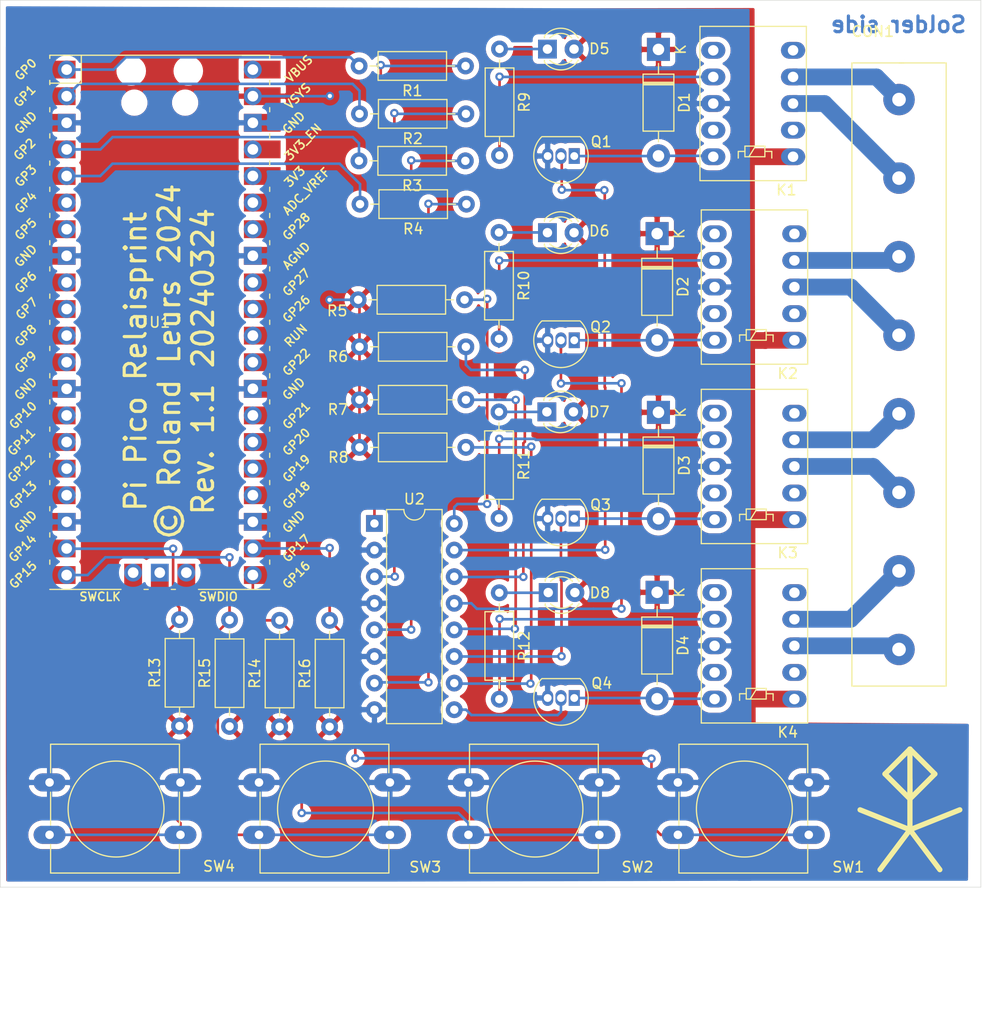
<source format=kicad_pcb>
(kicad_pcb (version 20171130) (host pcbnew "(5.1.2-1)-1")
  (layers (0 F.Cu signal hide) (31 B.Cu signal hide) (34 B.Paste user) (35 F.Paste user) (36 B.SilkS user) (37 F.SilkS user) (38 B.Mask user) (39 F.Mask user) (44 Edge.Cuts user))
  (net 0 "")
  (net 1 "Net-(CON1-Pad7)")
  (net 2 "Net-(CON1-Pad8)")
  (net 3 "Net-(CON1-Pad6)")
  (net 4 "Net-(CON1-Pad5)")
  (net 5 "Net-(CON1-Pad4)")
  (net 6 "Net-(CON1-Pad3)")
  (net 7 "Net-(CON1-Pad2)")
  (net 8 "Net-(CON1-Pad1)")
  (net 9 "Net-(D1-Pad2)")
  (net 10 VCC)
  (net 11 "Net-(D2-Pad2)")
  (net 12 "Net-(D3-Pad2)")
  (net 13 "Net-(D4-Pad2)")
  (net 14 GNDD)
  (net 15 "Net-(Q1-Pad2)")
  (net 16 "Net-(Q2-Pad2)")
  (net 17 "Net-(Q3-Pad2)")
  (net 18 "Net-(Q4-Pad2)")
  (net 19 "Net-(R1-Pad2)")
  (net 20 "Net-(R1-Pad1)")
  (net 21 "Net-(R2-Pad2)")
  (net 22 "Net-(R2-Pad1)")
  (net 23 "Net-(R3-Pad2)")
  (net 24 "Net-(R3-Pad1)")
  (net 25 "Net-(R4-Pad2)")
  (net 26 "Net-(R4-Pad1)")
  (net 27 "Net-(R5-Pad2)")
  (net 28 "Net-(R6-Pad2)")
  (net 29 "Net-(R7-Pad2)")
  (net 30 "Net-(R8-Pad2)")
  (net 31 "Net-(U1-Pad43)")
  (net 32 "Net-(U1-Pad42)")
  (net 33 "Net-(U1-Pad41)")
  (net 34 "Net-(U1-Pad24)")
  (net 35 "Net-(U1-Pad25)")
  (net 36 "Net-(U1-Pad26)")
  (net 37 "Net-(U1-Pad27)")
  (net 38 "Net-(U1-Pad29)")
  (net 39 "Net-(U1-Pad30)")
  (net 40 "Net-(U1-Pad31)")
  (net 41 "Net-(U1-Pad32)")
  (net 42 "Net-(U1-Pad34)")
  (net 43 "Net-(U1-Pad35)")
  (net 44 "Net-(U1-Pad36)")
  (net 45 "Net-(U1-Pad37)")
  (net 46 "Net-(U1-Pad40)")
  (net 47 "Net-(U1-Pad17)")
  (net 48 "Net-(U1-Pad16)")
  (net 49 "Net-(U1-Pad15)")
  (net 50 "Net-(U1-Pad14)")
  (net 51 "Net-(U1-Pad12)")
  (net 52 "Net-(U1-Pad11)")
  (net 53 "Net-(U1-Pad10)")
  (net 54 "Net-(U1-Pad9)")
  (net 55 "Net-(U1-Pad7)")
  (net 56 "Net-(U1-Pad6)")
  (net 57 "Net-(D5-Pad1)")
  (net 58 "Net-(D6-Pad1)")
  (net 59 "Net-(D7-Pad1)")
  (net 60 "Net-(D8-Pad1)")
  (net 61 "Net-(K1-Pad7)")
  (net 62 "Net-(K2-Pad7)")
  (net 63 "Net-(K3-Pad7)")
  (net 64 "Net-(K4-Pad7)")
  (net 65 "Net-(R13-Pad2)")
  (net 66 "Net-(R14-Pad2)")
  (net 67 "Net-(R15-Pad2)")
  (net 68 "Net-(R16-Pad2)")
  (module Button_Switch_THT:SW_PUSH-12mm (layer F.Cu) (at 135 120)
    (fp_text reference SW4 (at 16.18334 8.00838) (layer F.SilkS))
    (fp_text value SW_Push hide)
    (pad 2 thru_hole oval (at 0 5) (size 3.048 1.7272) (drill 0.8128) (layers *.Cu *.Mask) (net 65 "Net-(R13-Pad2)"))
    (pad 1 thru_hole oval (at 0 0) (size 3.048 1.7272) (drill 0.8128) (layers *.Cu *.Mask) (net 14 GNDD))
    (pad 2 thru_hole oval (at 12.5 5) (size 3.048 1.7272) (drill 0.8128) (layers *.Cu *.Mask) (net 65 "Net-(R13-Pad2)"))
    (pad 1 thru_hole oval (at 12.5 0) (size 3.048 1.7272) (drill 0.8128) (layers *.Cu *.Mask) (net 14 GNDD))
  )
  (module Button_Switch_THT:SW_PUSH-12mm (layer F.Cu) (at 155 120)
    (fp_text reference SW3 (at 15.8785 8.08204) (layer F.SilkS))
    (fp_text value SW_Push hide)
    (pad 2 thru_hole oval (at 0 5) (size 3.048 1.7272) (drill 0.8128) (layers *.Cu *.Mask) (net 67 "Net-(R15-Pad2)"))
    (pad 1 thru_hole oval (at 0 0) (size 3.048 1.7272) (drill 0.8128) (layers *.Cu *.Mask) (net 14 GNDD))
    (pad 2 thru_hole oval (at 12.5 5) (size 3.048 1.7272) (drill 0.8128) (layers *.Cu *.Mask) (net 67 "Net-(R15-Pad2)"))
    (pad 1 thru_hole oval (at 12.5 0) (size 3.048 1.7272) (drill 0.8128) (layers *.Cu *.Mask) (net 14 GNDD))
  )
  (module Button_Switch_THT:SW_PUSH-12mm (layer F.Cu) (at 175 120)
    (fp_text reference SW2 (at 16.15024 8.08204) (layer F.SilkS))
    (fp_text value SW_Push hide)
    (pad 2 thru_hole oval (at 0 5) (size 3.048 1.7272) (drill 0.8128) (layers *.Cu *.Mask) (net 66 "Net-(R14-Pad2)"))
    (pad 1 thru_hole oval (at 0 0) (size 3.048 1.7272) (drill 0.8128) (layers *.Cu *.Mask) (net 14 GNDD))
    (pad 2 thru_hole oval (at 12.5 5) (size 3.048 1.7272) (drill 0.8128) (layers *.Cu *.Mask) (net 66 "Net-(R14-Pad2)"))
    (pad 1 thru_hole oval (at 12.5 0) (size 3.048 1.7272) (drill 0.8128) (layers *.Cu *.Mask) (net 14 GNDD))
  )
  (module Button_Switch_THT:SW_PUSH-12mm (layer F.Cu) (at 195 120)
    (fp_text reference SW1 (at 16.2772 8.08204) (layer F.SilkS))
    (fp_text value SW_Push hide)
    (pad 2 thru_hole oval (at 0 5) (size 3.048 1.7272) (drill 0.8128) (layers *.Cu *.Mask) (net 68 "Net-(R16-Pad2)"))
    (pad 1 thru_hole oval (at 0 0) (size 3.048 1.7272) (drill 0.8128) (layers *.Cu *.Mask) (net 14 GNDD))
    (pad 2 thru_hole oval (at 12.5 5) (size 3.048 1.7272) (drill 0.8128) (layers *.Cu *.Mask) (net 68 "Net-(R16-Pad2)"))
    (pad 1 thru_hole oval (at 12.5 0) (size 3.048 1.7272) (drill 0.8128) (layers *.Cu *.Mask) (net 14 GNDD))
  )
  (module Resistor_THT:R_Axial_DIN0207_L6.3mm_D2.5mm_P10.16mm_Horizontal (layer F.Cu) (at 161.74212 114.68354 90)
    (fp_text reference R16 (at 5.08 -2.37 90) (layer F.SilkS))
    (fp_text value 10kΩ)
    (pad 2 thru_hole oval (at 10.16 0 90) (size 1.6 1.6) (drill 0.8) (layers *.Cu *.Mask) (net 68 "Net-(R16-Pad2)"))
    (pad 1 thru_hole circle (at 0 0 90) (size 1.6 1.6) (drill 0.8) (layers *.Cu *.Mask) (net 10 VCC))
  )
  (module Resistor_THT:R_Axial_DIN0207_L6.3mm_D2.5mm_P10.16mm_Horizontal (layer F.Cu) (at 152.18664 114.64798 90)
    (fp_text reference R15 (at 5.08 -2.37 90) (layer F.SilkS))
    (fp_text value 10kΩ)
    (pad 2 thru_hole oval (at 10.16 0 90) (size 1.6 1.6) (drill 0.8) (layers *.Cu *.Mask) (net 67 "Net-(R15-Pad2)"))
    (pad 1 thru_hole circle (at 0 0 90) (size 1.6 1.6) (drill 0.8) (layers *.Cu *.Mask) (net 10 VCC))
  )
  (module Resistor_THT:R_Axial_DIN0207_L6.3mm_D2.5mm_P10.16mm_Horizontal (layer F.Cu) (at 156.96438 114.68354 90)
    (fp_text reference R14 (at 5.08 -2.37 90) (layer F.SilkS))
    (fp_text value 10kΩ)
    (pad 2 thru_hole oval (at 10.16 0 90) (size 1.6 1.6) (drill 0.8) (layers *.Cu *.Mask) (net 66 "Net-(R14-Pad2)"))
    (pad 1 thru_hole circle (at 0 0 90) (size 1.6 1.6) (drill 0.8) (layers *.Cu *.Mask) (net 10 VCC))
  )
  (module Resistor_THT:R_Axial_DIN0207_L6.3mm_D2.5mm_P10.16mm_Horizontal (layer F.Cu) (at 147.41144 114.61242 90)
    (fp_text reference R13 (at 5.08 -2.37 90) (layer F.SilkS))
    (fp_text value 10kΩ)
    (pad 2 thru_hole oval (at 10.16 0 90) (size 1.6 1.6) (drill 0.8) (layers *.Cu *.Mask) (net 65 "Net-(R13-Pad2)"))
    (pad 1 thru_hole circle (at 0 0 90) (size 1.6 1.6) (drill 0.8) (layers *.Cu *.Mask) (net 10 VCC))
  )
  (module Resistor_THT:R_Axial_DIN0207_L6.3mm_D2.5mm_P10.16mm_Horizontal (layer F.Cu) (at 177.94732 101.88956 270)
    (fp_text reference R12 (at 5.08 -2.37 90) (layer F.SilkS))
    (fp_text value 4k7)
    (pad 2 thru_hole oval (at 10.16 0 270) (size 1.6 1.6) (drill 0.8) (layers *.Cu *.Mask) (net 64 "Net-(K4-Pad7)"))
    (pad 1 thru_hole circle (at 0 0 270) (size 1.6 1.6) (drill 0.8) (layers *.Cu *.Mask) (net 60 "Net-(D8-Pad1)"))
  )
  (module Resistor_THT:R_Axial_DIN0207_L6.3mm_D2.5mm_P10.16mm_Horizontal (layer F.Cu) (at 177.91684 84.62264 270)
    (fp_text reference R11 (at 5.08 -2.37 90) (layer F.SilkS))
    (fp_text value 4k7)
    (pad 2 thru_hole oval (at 10.16 0 270) (size 1.6 1.6) (drill 0.8) (layers *.Cu *.Mask) (net 63 "Net-(K3-Pad7)"))
    (pad 1 thru_hole circle (at 0 0 270) (size 1.6 1.6) (drill 0.8) (layers *.Cu *.Mask) (net 59 "Net-(D7-Pad1)"))
  )
  (module Resistor_THT:R_Axial_DIN0207_L6.3mm_D2.5mm_P10.16mm_Horizontal (layer F.Cu) (at 177.91684 67.4878 270)
    (fp_text reference R10 (at 5.08 -2.37 90) (layer F.SilkS))
    (fp_text value 4k7)
    (pad 2 thru_hole oval (at 10.16 0 270) (size 1.6 1.6) (drill 0.8) (layers *.Cu *.Mask) (net 62 "Net-(K2-Pad7)"))
    (pad 1 thru_hole circle (at 0 0 270) (size 1.6 1.6) (drill 0.8) (layers *.Cu *.Mask) (net 58 "Net-(D6-Pad1)"))
  )
  (module Resistor_THT:R_Axial_DIN0207_L6.3mm_D2.5mm_P10.16mm_Horizontal (layer F.Cu) (at 177.97018 49.97196 270)
    (fp_text reference R9 (at 5.08 -2.37 90) (layer F.SilkS))
    (fp_text value 4k7)
    (pad 2 thru_hole oval (at 10.16 0 270) (size 1.6 1.6) (drill 0.8) (layers *.Cu *.Mask) (net 61 "Net-(K1-Pad7)"))
    (pad 1 thru_hole circle (at 0 0 270) (size 1.6 1.6) (drill 0.8) (layers *.Cu *.Mask) (net 57 "Net-(D5-Pad1)"))
  )
  (module LED_THT:LED_D3.0mm (layer F.Cu) (at 182.62092 101.86924)
    (fp_text reference D8 (at 4.93522 0.0254) (layer F.SilkS))
    (fp_text value LED)
    (pad 2 thru_hole circle (at 2.54 0) (size 1.8 1.8) (drill 0.9) (layers *.Cu *.Mask) (net 10 VCC))
    (pad 1 thru_hole rect (at 0 0) (size 1.8 1.8) (drill 0.9) (layers *.Cu *.Mask) (net 60 "Net-(D8-Pad1)"))
  )
  (module LED_THT:LED_D3.0mm (layer F.Cu) (at 182.48884 84.61756)
    (fp_text reference D7 (at 5.00888 0.00508) (layer F.SilkS))
    (fp_text value LED)
    (pad 2 thru_hole circle (at 2.54 0) (size 1.8 1.8) (drill 0.9) (layers *.Cu *.Mask) (net 10 VCC))
    (pad 1 thru_hole rect (at 0 0) (size 1.8 1.8) (drill 0.9) (layers *.Cu *.Mask) (net 59 "Net-(D7-Pad1)"))
  )
  (module LED_THT:LED_D3.0mm (layer F.Cu) (at 182.54472 67.50812)
    (fp_text reference D6 (at 4.953 -0.16002) (layer F.SilkS))
    (fp_text value LED)
    (pad 2 thru_hole circle (at 2.54 0) (size 1.8 1.8) (drill 0.9) (layers *.Cu *.Mask) (net 10 VCC))
    (pad 1 thru_hole rect (at 0 0) (size 1.8 1.8) (drill 0.9) (layers *.Cu *.Mask) (net 58 "Net-(D6-Pad1)"))
  )
  (module LED_THT:LED_D3.0mm (layer F.Cu) (at 182.54472 49.98212)
    (fp_text reference D5 (at 4.953 -0.0254) (layer F.SilkS))
    (fp_text value LED)
    (pad 2 thru_hole circle (at 2.54 0) (size 1.8 1.8) (drill 0.9) (layers *.Cu *.Mask) (net 10 VCC))
    (pad 1 thru_hole rect (at 0 0) (size 1.8 1.8) (drill 0.9) (layers *.Cu *.Mask) (net 57 "Net-(D5-Pad1)"))
  )
  (module Package_DIP:DIP-16_W7.62mm (layer F.Cu) (at 166.02456 95.2754)
    (fp_text reference U2 (at 3.81 -2.33) (layer F.SilkS))
    (fp_text value LTV-844)
    (pad 16 thru_hole oval (at 7.62 0) (size 1.6 1.6) (drill 0.8) (layers *.Cu *.Mask) (net 27 "Net-(R5-Pad2)"))
    (pad 8 thru_hole oval (at 0 17.78) (size 1.6 1.6) (drill 0.8) (layers *.Cu *.Mask) (net 14 GNDD))
    (pad 15 thru_hole oval (at 7.62 2.54) (size 1.6 1.6) (drill 0.8) (layers *.Cu *.Mask) (net 15 "Net-(Q1-Pad2)"))
    (pad 7 thru_hole oval (at 0 15.24) (size 1.6 1.6) (drill 0.8) (layers *.Cu *.Mask) (net 26 "Net-(R4-Pad1)"))
    (pad 14 thru_hole oval (at 7.62 5.08) (size 1.6 1.6) (drill 0.8) (layers *.Cu *.Mask) (net 28 "Net-(R6-Pad2)"))
    (pad 6 thru_hole oval (at 0 12.7) (size 1.6 1.6) (drill 0.8) (layers *.Cu *.Mask) (net 14 GNDD))
    (pad 13 thru_hole oval (at 7.62 7.62) (size 1.6 1.6) (drill 0.8) (layers *.Cu *.Mask) (net 16 "Net-(Q2-Pad2)"))
    (pad 5 thru_hole oval (at 0 10.16) (size 1.6 1.6) (drill 0.8) (layers *.Cu *.Mask) (net 24 "Net-(R3-Pad1)"))
    (pad 12 thru_hole oval (at 7.62 10.16) (size 1.6 1.6) (drill 0.8) (layers *.Cu *.Mask) (net 29 "Net-(R7-Pad2)"))
    (pad 4 thru_hole oval (at 0 7.62) (size 1.6 1.6) (drill 0.8) (layers *.Cu *.Mask) (net 14 GNDD))
    (pad 11 thru_hole oval (at 7.62 12.7) (size 1.6 1.6) (drill 0.8) (layers *.Cu *.Mask) (net 17 "Net-(Q3-Pad2)"))
    (pad 3 thru_hole oval (at 0 5.08) (size 1.6 1.6) (drill 0.8) (layers *.Cu *.Mask) (net 22 "Net-(R2-Pad1)"))
    (pad 10 thru_hole oval (at 7.62 15.24) (size 1.6 1.6) (drill 0.8) (layers *.Cu *.Mask) (net 30 "Net-(R8-Pad2)"))
    (pad 2 thru_hole oval (at 0 2.54) (size 1.6 1.6) (drill 0.8) (layers *.Cu *.Mask) (net 14 GNDD))
    (pad 9 thru_hole oval (at 7.62 17.78) (size 1.6 1.6) (drill 0.8) (layers *.Cu *.Mask) (net 18 "Net-(Q4-Pad2)"))
    (pad 1 thru_hole rect (at 0 0) (size 1.6 1.6) (drill 0.8) (layers *.Cu *.Mask) (net 20 "Net-(R1-Pad1)"))
  )
  (module MCU_RaspberryPi_and_Boards:RPi_Pico_SMD_TH (layer F.Cu) (at 145.52168 76.06792)
    (fp_text reference U1 (at 0 0) (layer F.SilkS))
    (fp_text value Pico)
    (fp_text user SWDIO (at 5.6 26.2) (layer F.SilkS) (effects (font (size 0.8 0.8))))
    (fp_text user SWCLK (at -5.7 26.2) (layer F.SilkS) (effects (font (size 0.8 0.8))))
    (fp_text user AGND (at 13.054 -6.35 45) (layer F.SilkS) (effects (font (size 0.8 0.8))))
    (fp_text user GND (at 12.8 -19.05 45) (layer F.SilkS) (effects (font (size 0.8 0.8))))
    (fp_text user GND (at 12.8 6.35 45) (layer F.SilkS) (effects (font (size 0.8 0.8))))
    (fp_text user GND (at 12.8 19.05 45) (layer F.SilkS) (effects (font (size 0.8 0.8))))
    (fp_text user GND (at -12.8 19.05 45) (layer F.SilkS) (effects (font (size 0.8 0.8))))
    (fp_text user GND (at -12.8 6.35 45) (layer F.SilkS) (effects (font (size 0.8 0.8))))
    (fp_text user GND (at -12.8 -6.35 45) (layer F.SilkS) (effects (font (size 0.8 0.8))))
    (fp_text user GND (at -12.8 -19.05 45) (layer F.SilkS) (effects (font (size 0.8 0.8))))
    (fp_text user VBUS (at 13.3 -24.2 45) (layer F.SilkS) (effects (font (size 0.8 0.8))))
    (fp_text user VSYS (at 13.2 -21.59 45) (layer F.SilkS) (effects (font (size 0.8 0.8))))
    (fp_text user 3V3_EN (at 13.7 -17.2 45) (layer F.SilkS) (effects (font (size 0.8 0.8))))
    (fp_text user 3V3 (at 12.9 -13.9 45) (layer F.SilkS) (effects (font (size 0.8 0.8))))
    (fp_text user ADC_VREF (at 14 -12.5 45) (layer F.SilkS) (effects (font (size 0.8 0.8))))
    (fp_text user GP28 (at 13.054 -9.144 45) (layer F.SilkS) (effects (font (size 0.8 0.8))))
    (fp_text user GP27 (at 13.054 -3.8 45) (layer F.SilkS) (effects (font (size 0.8 0.8))))
    (fp_text user GP26 (at 13.054 -1.27 45) (layer F.SilkS) (effects (font (size 0.8 0.8))))
    (fp_text user RUN (at 13 1.27 45) (layer F.SilkS) (effects (font (size 0.8 0.8))))
    (fp_text user GP22 (at 13.054 3.81 45) (layer F.SilkS) (effects (font (size 0.8 0.8))))
    (fp_text user GP21 (at 13.054 8.9 45) (layer F.SilkS) (effects (font (size 0.8 0.8))))
    (fp_text user GP20 (at 13.054 11.43 45) (layer F.SilkS) (effects (font (size 0.8 0.8))))
    (fp_text user GP19 (at 13.054 13.97 45) (layer F.SilkS) (effects (font (size 0.8 0.8))))
    (fp_text user GP18 (at 13.054 16.51 45) (layer F.SilkS) (effects (font (size 0.8 0.8))))
    (fp_text user GP17 (at 13.054 21.59 45) (layer F.SilkS) (effects (font (size 0.8 0.8))))
    (fp_text user GP16 (at 13.054 24.13 45) (layer F.SilkS) (effects (font (size 0.8 0.8))))
    (fp_text user GP15 (at -13.054 24.13 45) (layer F.SilkS) (effects (font (size 0.8 0.8))))
    (fp_text user GP14 (at -13.1 21.59 45) (layer F.SilkS) (effects (font (size 0.8 0.8))))
    (fp_text user GP13 (at -13.054 16.51 45) (layer F.SilkS) (effects (font (size 0.8 0.8))))
    (fp_text user GP12 (at -13.2 13.97 45) (layer F.SilkS) (effects (font (size 0.8 0.8))))
    (fp_text user GP11 (at -13.2 11.43 45) (layer F.SilkS) (effects (font (size 0.8 0.8))))
    (fp_text user GP10 (at -13.054 8.89 45) (layer F.SilkS) (effects (font (size 0.8 0.8))))
    (fp_text user GP9 (at -12.8 3.81 45) (layer F.SilkS) (effects (font (size 0.8 0.8))))
    (fp_text user GP8 (at -12.8 1.27 45) (layer F.SilkS) (effects (font (size 0.8 0.8))))
    (fp_text user GP7 (at -12.7 -1.3 45) (layer F.SilkS) (effects (font (size 0.8 0.8))))
    (fp_text user GP6 (at -12.8 -3.81 45) (layer F.SilkS) (effects (font (size 0.8 0.8))))
    (fp_text user GP5 (at -12.8 -8.89 45) (layer F.SilkS) (effects (font (size 0.8 0.8))))
    (fp_text user GP4 (at -12.8 -11.43 45) (layer F.SilkS) (effects (font (size 0.8 0.8))))
    (fp_text user GP3 (at -12.8 -13.97 45) (layer F.SilkS) (effects (font (size 0.8 0.8))))
    (fp_text user GP0 (at -12.8 -24.13 45) (layer F.SilkS) (effects (font (size 0.8 0.8))))
    (fp_text user GP2 (at -12.9 -16.51 45) (layer F.SilkS) (effects (font (size 0.8 0.8))))
    (fp_text user GP1 (at -12.9 -21.6 45) (layer F.SilkS) (effects (font (size 0.8 0.8))))
    (pad 43 thru_hole oval (at 2.54 23.9) (size 1.7 1.7) (drill 1.02) (layers *.Cu *.Mask) (net 31 "Net-(U1-Pad43)"))
    (pad 43 smd rect (at 2.54 23.9 90) (size 3.5 1.7) (drill (offset -0.9 0)) (layers F.Cu F.Mask) (net 31 "Net-(U1-Pad43)"))
    (pad 42 thru_hole rect (at 0 23.9) (size 1.7 1.7) (drill 1.02) (layers *.Cu *.Mask) (net 32 "Net-(U1-Pad42)"))
    (pad 42 smd rect (at 0 23.9 90) (size 3.5 1.7) (drill (offset -0.9 0)) (layers F.Cu F.Mask) (net 32 "Net-(U1-Pad42)"))
    (pad 41 thru_hole oval (at -2.54 23.9) (size 1.7 1.7) (drill 1.02) (layers *.Cu *.Mask) (net 33 "Net-(U1-Pad41)"))
    (pad 41 smd rect (at -2.54 23.9 90) (size 3.5 1.7) (drill (offset -0.9 0)) (layers F.Cu F.Mask) (net 33 "Net-(U1-Pad41)"))
    (pad "" np_thru_hole oval (at 2.425 -20.97) (size 1.5 1.5) (drill 1.5) (layers *.Cu *.Mask))
    (pad "" np_thru_hole oval (at -2.425 -20.97) (size 1.5 1.5) (drill 1.5) (layers *.Cu *.Mask))
    (pad "" np_thru_hole oval (at 2.725 -24) (size 1.8 1.8) (drill 1.8) (layers *.Cu *.Mask))
    (pad "" np_thru_hole oval (at -2.725 -24) (size 1.8 1.8) (drill 1.8) (layers *.Cu *.Mask))
    (pad 21 smd rect (at 8.89 24.13) (size 3.5 1.7) (drill (offset 0.9 0)) (layers F.Cu F.Mask) (net 66 "Net-(R14-Pad2)"))
    (pad 22 smd rect (at 8.89 21.59) (size 3.5 1.7) (drill (offset 0.9 0)) (layers F.Cu F.Mask) (net 68 "Net-(R16-Pad2)"))
    (pad 23 smd rect (at 8.89 19.05) (size 3.5 1.7) (drill (offset 0.9 0)) (layers F.Cu F.Mask) (net 14 GNDD))
    (pad 24 smd rect (at 8.89 16.51) (size 3.5 1.7) (drill (offset 0.9 0)) (layers F.Cu F.Mask) (net 34 "Net-(U1-Pad24)"))
    (pad 25 smd rect (at 8.89 13.97) (size 3.5 1.7) (drill (offset 0.9 0)) (layers F.Cu F.Mask) (net 35 "Net-(U1-Pad25)"))
    (pad 26 smd rect (at 8.89 11.43) (size 3.5 1.7) (drill (offset 0.9 0)) (layers F.Cu F.Mask) (net 36 "Net-(U1-Pad26)"))
    (pad 27 smd rect (at 8.89 8.89) (size 3.5 1.7) (drill (offset 0.9 0)) (layers F.Cu F.Mask) (net 37 "Net-(U1-Pad27)"))
    (pad 28 smd rect (at 8.89 6.35) (size 3.5 1.7) (drill (offset 0.9 0)) (layers F.Cu F.Mask) (net 14 GNDD))
    (pad 29 smd rect (at 8.89 3.81) (size 3.5 1.7) (drill (offset 0.9 0)) (layers F.Cu F.Mask) (net 38 "Net-(U1-Pad29)"))
    (pad 30 smd rect (at 8.89 1.27) (size 3.5 1.7) (drill (offset 0.9 0)) (layers F.Cu F.Mask) (net 39 "Net-(U1-Pad30)"))
    (pad 31 smd rect (at 8.89 -1.27) (size 3.5 1.7) (drill (offset 0.9 0)) (layers F.Cu F.Mask) (net 40 "Net-(U1-Pad31)"))
    (pad 32 smd rect (at 8.89 -3.81) (size 3.5 1.7) (drill (offset 0.9 0)) (layers F.Cu F.Mask) (net 41 "Net-(U1-Pad32)"))
    (pad 33 smd rect (at 8.89 -6.35) (size 3.5 1.7) (drill (offset 0.9 0)) (layers F.Cu F.Mask) (net 14 GNDD))
    (pad 34 smd rect (at 8.89 -8.89) (size 3.5 1.7) (drill (offset 0.9 0)) (layers F.Cu F.Mask) (net 42 "Net-(U1-Pad34)"))
    (pad 35 smd rect (at 8.89 -11.43) (size 3.5 1.7) (drill (offset 0.9 0)) (layers F.Cu F.Mask) (net 43 "Net-(U1-Pad35)"))
    (pad 36 smd rect (at 8.89 -13.97) (size 3.5 1.7) (drill (offset 0.9 0)) (layers F.Cu F.Mask) (net 44 "Net-(U1-Pad36)"))
    (pad 37 smd rect (at 8.89 -16.51) (size 3.5 1.7) (drill (offset 0.9 0)) (layers F.Cu F.Mask) (net 45 "Net-(U1-Pad37)"))
    (pad 38 smd rect (at 8.89 -19.05) (size 3.5 1.7) (drill (offset 0.9 0)) (layers F.Cu F.Mask) (net 14 GNDD))
    (pad 39 smd rect (at 8.89 -21.59) (size 3.5 1.7) (drill (offset 0.9 0)) (layers F.Cu F.Mask) (net 10 VCC))
    (pad 40 smd rect (at 8.89 -24.13) (size 3.5 1.7) (drill (offset 0.9 0)) (layers F.Cu F.Mask) (net 46 "Net-(U1-Pad40)"))
    (pad 20 smd rect (at -8.89 24.13) (size 3.5 1.7) (drill (offset -0.9 0)) (layers F.Cu F.Mask) (net 67 "Net-(R15-Pad2)"))
    (pad 19 smd rect (at -8.89 21.59) (size 3.5 1.7) (drill (offset -0.9 0)) (layers F.Cu F.Mask) (net 65 "Net-(R13-Pad2)"))
    (pad 18 smd rect (at -8.89 19.05) (size 3.5 1.7) (drill (offset -0.9 0)) (layers F.Cu F.Mask) (net 14 GNDD))
    (pad 17 smd rect (at -8.89 16.51) (size 3.5 1.7) (drill (offset -0.9 0)) (layers F.Cu F.Mask) (net 47 "Net-(U1-Pad17)"))
    (pad 16 smd rect (at -8.89 13.97) (size 3.5 1.7) (drill (offset -0.9 0)) (layers F.Cu F.Mask) (net 48 "Net-(U1-Pad16)"))
    (pad 15 smd rect (at -8.89 11.43) (size 3.5 1.7) (drill (offset -0.9 0)) (layers F.Cu F.Mask) (net 49 "Net-(U1-Pad15)"))
    (pad 14 smd rect (at -8.89 8.89) (size 3.5 1.7) (drill (offset -0.9 0)) (layers F.Cu F.Mask) (net 50 "Net-(U1-Pad14)"))
    (pad 13 smd rect (at -8.89 6.35) (size 3.5 1.7) (drill (offset -0.9 0)) (layers F.Cu F.Mask) (net 14 GNDD))
    (pad 12 smd rect (at -8.89 3.81) (size 3.5 1.7) (drill (offset -0.9 0)) (layers F.Cu F.Mask) (net 51 "Net-(U1-Pad12)"))
    (pad 11 smd rect (at -8.89 1.27) (size 3.5 1.7) (drill (offset -0.9 0)) (layers F.Cu F.Mask) (net 52 "Net-(U1-Pad11)"))
    (pad 10 smd rect (at -8.89 -1.27) (size 3.5 1.7) (drill (offset -0.9 0)) (layers F.Cu F.Mask) (net 53 "Net-(U1-Pad10)"))
    (pad 9 smd rect (at -8.89 -3.81) (size 3.5 1.7) (drill (offset -0.9 0)) (layers F.Cu F.Mask) (net 54 "Net-(U1-Pad9)"))
    (pad 8 smd rect (at -8.89 -6.35) (size 3.5 1.7) (drill (offset -0.9 0)) (layers F.Cu F.Mask) (net 14 GNDD))
    (pad 7 smd rect (at -8.89 -8.89) (size 3.5 1.7) (drill (offset -0.9 0)) (layers F.Cu F.Mask) (net 55 "Net-(U1-Pad7)"))
    (pad 6 smd rect (at -8.89 -11.43) (size 3.5 1.7) (drill (offset -0.9 0)) (layers F.Cu F.Mask) (net 56 "Net-(U1-Pad6)"))
    (pad 5 smd rect (at -8.89 -13.97) (size 3.5 1.7) (drill (offset -0.9 0)) (layers F.Cu F.Mask) (net 25 "Net-(R4-Pad2)"))
    (pad 4 smd rect (at -8.89 -16.51) (size 3.5 1.7) (drill (offset -0.9 0)) (layers F.Cu F.Mask) (net 23 "Net-(R3-Pad2)"))
    (pad 3 smd rect (at -8.89 -19.05) (size 3.5 1.7) (drill (offset -0.9 0)) (layers F.Cu F.Mask) (net 14 GNDD))
    (pad 2 smd rect (at -8.89 -21.59) (size 3.5 1.7) (drill (offset -0.9 0)) (layers F.Cu F.Mask) (net 21 "Net-(R2-Pad2)"))
    (pad 1 smd rect (at -8.89 -24.13) (size 3.5 1.7) (drill (offset -0.9 0)) (layers F.Cu F.Mask) (net 19 "Net-(R1-Pad2)"))
    (pad 40 thru_hole oval (at 8.89 -24.13) (size 1.7 1.7) (drill 1.02) (layers *.Cu *.Mask) (net 46 "Net-(U1-Pad40)"))
    (pad 39 thru_hole oval (at 8.89 -21.59) (size 1.7 1.7) (drill 1.02) (layers *.Cu *.Mask) (net 10 VCC))
    (pad 38 thru_hole rect (at 8.89 -19.05) (size 1.7 1.7) (drill 1.02) (layers *.Cu *.Mask) (net 14 GNDD))
    (pad 37 thru_hole oval (at 8.89 -16.51) (size 1.7 1.7) (drill 1.02) (layers *.Cu *.Mask) (net 45 "Net-(U1-Pad37)"))
    (pad 36 thru_hole oval (at 8.89 -13.97) (size 1.7 1.7) (drill 1.02) (layers *.Cu *.Mask) (net 44 "Net-(U1-Pad36)"))
    (pad 35 thru_hole oval (at 8.89 -11.43) (size 1.7 1.7) (drill 1.02) (layers *.Cu *.Mask) (net 43 "Net-(U1-Pad35)"))
    (pad 34 thru_hole oval (at 8.89 -8.89) (size 1.7 1.7) (drill 1.02) (layers *.Cu *.Mask) (net 42 "Net-(U1-Pad34)"))
    (pad 33 thru_hole rect (at 8.89 -6.35) (size 1.7 1.7) (drill 1.02) (layers *.Cu *.Mask) (net 14 GNDD))
    (pad 32 thru_hole oval (at 8.89 -3.81) (size 1.7 1.7) (drill 1.02) (layers *.Cu *.Mask) (net 41 "Net-(U1-Pad32)"))
    (pad 31 thru_hole oval (at 8.89 -1.27) (size 1.7 1.7) (drill 1.02) (layers *.Cu *.Mask) (net 40 "Net-(U1-Pad31)"))
    (pad 30 thru_hole oval (at 8.89 1.27) (size 1.7 1.7) (drill 1.02) (layers *.Cu *.Mask) (net 39 "Net-(U1-Pad30)"))
    (pad 29 thru_hole oval (at 8.89 3.81) (size 1.7 1.7) (drill 1.02) (layers *.Cu *.Mask) (net 38 "Net-(U1-Pad29)"))
    (pad 28 thru_hole rect (at 8.89 6.35) (size 1.7 1.7) (drill 1.02) (layers *.Cu *.Mask) (net 14 GNDD))
    (pad 27 thru_hole oval (at 8.89 8.89) (size 1.7 1.7) (drill 1.02) (layers *.Cu *.Mask) (net 37 "Net-(U1-Pad27)"))
    (pad 26 thru_hole oval (at 8.89 11.43) (size 1.7 1.7) (drill 1.02) (layers *.Cu *.Mask) (net 36 "Net-(U1-Pad26)"))
    (pad 25 thru_hole oval (at 8.89 13.97) (size 1.7 1.7) (drill 1.02) (layers *.Cu *.Mask) (net 35 "Net-(U1-Pad25)"))
    (pad 24 thru_hole oval (at 8.89 16.51) (size 1.7 1.7) (drill 1.02) (layers *.Cu *.Mask) (net 34 "Net-(U1-Pad24)"))
    (pad 23 thru_hole rect (at 8.89 19.05) (size 1.7 1.7) (drill 1.02) (layers *.Cu *.Mask) (net 14 GNDD))
    (pad 22 thru_hole oval (at 8.89 21.59) (size 1.7 1.7) (drill 1.02) (layers *.Cu *.Mask) (net 68 "Net-(R16-Pad2)"))
    (pad 21 thru_hole oval (at 8.89 24.13) (size 1.7 1.7) (drill 1.02) (layers *.Cu *.Mask) (net 66 "Net-(R14-Pad2)"))
    (pad 20 thru_hole oval (at -8.89 24.13) (size 1.7 1.7) (drill 1.02) (layers *.Cu *.Mask) (net 67 "Net-(R15-Pad2)"))
    (pad 19 thru_hole oval (at -8.89 21.59) (size 1.7 1.7) (drill 1.02) (layers *.Cu *.Mask) (net 65 "Net-(R13-Pad2)"))
    (pad 18 thru_hole rect (at -8.89 19.05) (size 1.7 1.7) (drill 1.02) (layers *.Cu *.Mask) (net 14 GNDD))
    (pad 17 thru_hole oval (at -8.89 16.51) (size 1.7 1.7) (drill 1.02) (layers *.Cu *.Mask) (net 47 "Net-(U1-Pad17)"))
    (pad 16 thru_hole oval (at -8.89 13.97) (size 1.7 1.7) (drill 1.02) (layers *.Cu *.Mask) (net 48 "Net-(U1-Pad16)"))
    (pad 15 thru_hole oval (at -8.89 11.43) (size 1.7 1.7) (drill 1.02) (layers *.Cu *.Mask) (net 49 "Net-(U1-Pad15)"))
    (pad 14 thru_hole oval (at -8.89 8.89) (size 1.7 1.7) (drill 1.02) (layers *.Cu *.Mask) (net 50 "Net-(U1-Pad14)"))
    (pad 13 thru_hole rect (at -8.89 6.35) (size 1.7 1.7) (drill 1.02) (layers *.Cu *.Mask) (net 14 GNDD))
    (pad 12 thru_hole oval (at -8.89 3.81) (size 1.7 1.7) (drill 1.02) (layers *.Cu *.Mask) (net 51 "Net-(U1-Pad12)"))
    (pad 11 thru_hole oval (at -8.89 1.27) (size 1.7 1.7) (drill 1.02) (layers *.Cu *.Mask) (net 52 "Net-(U1-Pad11)"))
    (pad 10 thru_hole oval (at -8.89 -1.27) (size 1.7 1.7) (drill 1.02) (layers *.Cu *.Mask) (net 53 "Net-(U1-Pad10)"))
    (pad 9 thru_hole oval (at -8.89 -3.81) (size 1.7 1.7) (drill 1.02) (layers *.Cu *.Mask) (net 54 "Net-(U1-Pad9)"))
    (pad 8 thru_hole rect (at -8.89 -6.35) (size 1.7 1.7) (drill 1.02) (layers *.Cu *.Mask) (net 14 GNDD))
    (pad 7 thru_hole oval (at -8.89 -8.89) (size 1.7 1.7) (drill 1.02) (layers *.Cu *.Mask) (net 55 "Net-(U1-Pad7)"))
    (pad 6 thru_hole oval (at -8.89 -11.43) (size 1.7 1.7) (drill 1.02) (layers *.Cu *.Mask) (net 56 "Net-(U1-Pad6)"))
    (pad 5 thru_hole oval (at -8.89 -13.97) (size 1.7 1.7) (drill 1.02) (layers *.Cu *.Mask) (net 25 "Net-(R4-Pad2)"))
    (pad 4 thru_hole oval (at -8.89 -16.51) (size 1.7 1.7) (drill 1.02) (layers *.Cu *.Mask) (net 23 "Net-(R3-Pad2)"))
    (pad 3 thru_hole rect (at -8.89 -19.05) (size 1.7 1.7) (drill 1.02) (layers *.Cu *.Mask) (net 14 GNDD))
    (pad 2 thru_hole oval (at -8.89 -21.59) (size 1.7 1.7) (drill 1.02) (layers *.Cu *.Mask) (net 21 "Net-(R2-Pad2)"))
    (pad 1 thru_hole oval (at -8.89 -24.13) (size 1.7 1.7) (drill 1.02) (layers *.Cu *.Mask) (net 19 "Net-(R1-Pad2)"))
  )
  (module Resistor_THT:R_Axial_DIN0207_L6.3mm_D2.5mm_P10.16mm_Horizontal (layer F.Cu) (at 164.59708 88.00592)
    (fp_text reference R8 (at -2.01676 0.95504) (layer F.SilkS))
    (fp_text value 270Ω)
    (pad 2 thru_hole oval (at 10.16 0) (size 1.6 1.6) (drill 0.8) (layers *.Cu *.Mask) (net 30 "Net-(R8-Pad2)"))
    (pad 1 thru_hole circle (at 0 0) (size 1.6 1.6) (drill 0.8) (layers *.Cu *.Mask) (net 10 VCC))
  )
  (module Resistor_THT:R_Axial_DIN0207_L6.3mm_D2.5mm_P10.16mm_Horizontal (layer F.Cu) (at 164.59708 83.4644)
    (fp_text reference R7 (at -2.06248 0.92964) (layer F.SilkS))
    (fp_text value 270Ω)
    (pad 2 thru_hole oval (at 10.16 0) (size 1.6 1.6) (drill 0.8) (layers *.Cu *.Mask) (net 29 "Net-(R7-Pad2)"))
    (pad 1 thru_hole circle (at 0 0) (size 1.6 1.6) (drill 0.8) (layers *.Cu *.Mask) (net 10 VCC))
  )
  (module Resistor_THT:R_Axial_DIN0207_L6.3mm_D2.5mm_P10.16mm_Horizontal (layer F.Cu) (at 164.59708 78.40472)
    (fp_text reference R6 (at -2.06248 0.93218) (layer F.SilkS))
    (fp_text value 270Ω)
    (pad 2 thru_hole oval (at 10.16 0) (size 1.6 1.6) (drill 0.8) (layers *.Cu *.Mask) (net 28 "Net-(R6-Pad2)"))
    (pad 1 thru_hole circle (at 0 0) (size 1.6 1.6) (drill 0.8) (layers *.Cu *.Mask) (net 10 VCC))
  )
  (module Resistor_THT:R_Axial_DIN0207_L6.3mm_D2.5mm_P10.16mm_Horizontal (layer F.Cu) (at 164.47008 73.914)
    (fp_text reference R5 (at -2.00406 1.06426) (layer F.SilkS))
    (fp_text value 270Ω)
    (pad 2 thru_hole oval (at 10.16 0) (size 1.6 1.6) (drill 0.8) (layers *.Cu *.Mask) (net 27 "Net-(R5-Pad2)"))
    (pad 1 thru_hole circle (at 0 0) (size 1.6 1.6) (drill 0.8) (layers *.Cu *.Mask) (net 10 VCC))
  )
  (module Resistor_THT:R_Axial_DIN0207_L6.3mm_D2.5mm_P10.16mm_Horizontal (layer F.Cu) (at 174.80788 64.78524 180)
    (fp_text reference R4 (at 5.08 -2.37) (layer F.SilkS))
    (fp_text value 2k2)
    (pad 2 thru_hole oval (at 10.16 0 180) (size 1.6 1.6) (drill 0.8) (layers *.Cu *.Mask) (net 25 "Net-(R4-Pad2)"))
    (pad 1 thru_hole circle (at 0 0 180) (size 1.6 1.6) (drill 0.8) (layers *.Cu *.Mask) (net 26 "Net-(R4-Pad1)"))
  )
  (module Resistor_THT:R_Axial_DIN0207_L6.3mm_D2.5mm_P10.16mm_Horizontal (layer F.Cu) (at 174.70628 60.65012 180)
    (fp_text reference R3 (at 5.08 -2.37) (layer F.SilkS))
    (fp_text value 2k2)
    (pad 2 thru_hole oval (at 10.16 0 180) (size 1.6 1.6) (drill 0.8) (layers *.Cu *.Mask) (net 23 "Net-(R3-Pad2)"))
    (pad 1 thru_hole circle (at 0 0 180) (size 1.6 1.6) (drill 0.8) (layers *.Cu *.Mask) (net 24 "Net-(R3-Pad1)"))
  )
  (module Resistor_THT:R_Axial_DIN0207_L6.3mm_D2.5mm_P10.16mm_Horizontal (layer F.Cu) (at 174.75708 56.16448 180)
    (fp_text reference R2 (at 5.08 -2.37) (layer F.SilkS))
    (fp_text value 2k2)
    (pad 2 thru_hole oval (at 10.16 0 180) (size 1.6 1.6) (drill 0.8) (layers *.Cu *.Mask) (net 21 "Net-(R2-Pad2)"))
    (pad 1 thru_hole circle (at 0 0 180) (size 1.6 1.6) (drill 0.8) (layers *.Cu *.Mask) (net 22 "Net-(R2-Pad1)"))
  )
  (module Resistor_THT:R_Axial_DIN0207_L6.3mm_D2.5mm_P10.16mm_Horizontal (layer F.Cu) (at 174.72152 51.59248 180)
    (fp_text reference R1 (at 5.08 -2.37) (layer F.SilkS))
    (fp_text value 2k2)
    (pad 2 thru_hole oval (at 10.16 0 180) (size 1.6 1.6) (drill 0.8) (layers *.Cu *.Mask) (net 19 "Net-(R1-Pad2)"))
    (pad 1 thru_hole circle (at 0 0 180) (size 1.6 1.6) (drill 0.8) (layers *.Cu *.Mask) (net 20 "Net-(R1-Pad1)"))
  )
  (module Package_TO_SOT_THT:TO-92_Inline (layer F.Cu) (at 185.10504 111.9378 180)
    (fp_text reference Q4 (at -2.62636 1.40462) (layer F.SilkS))
    (fp_text value BC547)
    (pad 1 thru_hole rect (at 0 0 180) (size 1.05 1.5) (drill 0.75) (layers *.Cu *.Mask) (net 13 "Net-(D4-Pad2)"))
    (pad 3 thru_hole oval (at 2.54 0 180) (size 1.05 1.5) (drill 0.75) (layers *.Cu *.Mask) (net 14 GNDD))
    (pad 2 thru_hole oval (at 1.27 0 180) (size 1.05 1.5) (drill 0.75) (layers *.Cu *.Mask) (net 18 "Net-(Q4-Pad2)"))
  )
  (module Package_TO_SOT_THT:TO-92_Inline (layer F.Cu) (at 185.10504 94.80804 180)
    (fp_text reference Q3 (at -2.50952 1.31572) (layer F.SilkS))
    (fp_text value BC547)
    (pad 1 thru_hole rect (at 0 0 180) (size 1.05 1.5) (drill 0.75) (layers *.Cu *.Mask) (net 12 "Net-(D3-Pad2)"))
    (pad 3 thru_hole oval (at 2.54 0 180) (size 1.05 1.5) (drill 0.75) (layers *.Cu *.Mask) (net 14 GNDD))
    (pad 2 thru_hole oval (at 1.27 0 180) (size 1.05 1.5) (drill 0.75) (layers *.Cu *.Mask) (net 17 "Net-(Q3-Pad2)"))
  )
  (module Package_TO_SOT_THT:TO-92_Inline (layer F.Cu) (at 185.10504 77.78496 180)
    (fp_text reference Q2 (at -2.50952 1.27508) (layer F.SilkS))
    (fp_text value BC547)
    (pad 1 thru_hole rect (at 0 0 180) (size 1.05 1.5) (drill 0.75) (layers *.Cu *.Mask) (net 11 "Net-(D2-Pad2)"))
    (pad 3 thru_hole oval (at 2.54 0 180) (size 1.05 1.5) (drill 0.75) (layers *.Cu *.Mask) (net 14 GNDD))
    (pad 2 thru_hole oval (at 1.27 0 180) (size 1.05 1.5) (drill 0.75) (layers *.Cu *.Mask) (net 16 "Net-(Q2-Pad2)"))
  )
  (module Package_TO_SOT_THT:TO-92_Inline (layer F.Cu) (at 185.10504 60.19292 180)
    (fp_text reference Q1 (at -2.56794 1.36652) (layer F.SilkS))
    (fp_text value BC547)
    (pad 1 thru_hole rect (at 0 0 180) (size 1.05 1.5) (drill 0.75) (layers *.Cu *.Mask) (net 9 "Net-(D1-Pad2)"))
    (pad 3 thru_hole oval (at 2.54 0 180) (size 1.05 1.5) (drill 0.75) (layers *.Cu *.Mask) (net 14 GNDD))
    (pad 2 thru_hole oval (at 1.27 0 180) (size 1.05 1.5) (drill 0.75) (layers *.Cu *.Mask) (net 15 "Net-(Q1-Pad2)"))
  )
  (module Relay_THT:Relay_DPDT_FRT5 (layer F.Cu) (at 206.12608 112.0394 180)
    (fp_text reference K4 (at 0.635 -3.175) (layer F.SilkS))
    (fp_text value AZ850-x)
    (pad 10 thru_hole oval (at 7.62 0 180) (size 2.3 1.6) (drill 1) (layers *.Cu *.Mask) (net 13 "Net-(D4-Pad2)"))
    (pad 9 thru_hole oval (at 7.62 2.54 180) (size 2.3 1.6) (drill 1) (layers *.Cu *.Mask))
    (pad 8 thru_hole oval (at 7.62 5.08 180) (size 2.3 1.6) (drill 1) (layers *.Cu *.Mask) (net 14 GNDD))
    (pad 7 thru_hole oval (at 7.62 7.62 180) (size 2.3 1.6) (drill 1) (layers *.Cu *.Mask) (net 64 "Net-(K4-Pad7)"))
    (pad 6 thru_hole oval (at 7.62 10.16 180) (size 2.3 1.6) (drill 1) (layers *.Cu *.Mask))
    (pad 5 thru_hole oval (at 0 10.16 180) (size 2.3 1.6) (drill 1) (layers *.Cu *.Mask))
    (pad 4 thru_hole oval (at 0 7.62 180) (size 2.3 1.6) (drill 1) (layers *.Cu *.Mask) (net 1 "Net-(CON1-Pad7)"))
    (pad 3 thru_hole oval (at 0 5.08 180) (size 2.3 1.6) (drill 1) (layers *.Cu *.Mask) (net 2 "Net-(CON1-Pad8)"))
    (pad 2 thru_hole oval (at 0 2.54 180) (size 2.3 1.6) (drill 1) (layers *.Cu *.Mask))
    (pad 1 thru_hole oval (at 0 0 180) (size 2.3 1.6) (drill 1) (layers *.Cu *.Mask) (net 10 VCC))
  )
  (module Relay_THT:Relay_DPDT_FRT5 (layer F.Cu) (at 206.12608 94.90964 180)
    (fp_text reference K3 (at 0.635 -3.175) (layer F.SilkS))
    (fp_text value AZ850-x)
    (pad 10 thru_hole oval (at 7.62 0 180) (size 2.3 1.6) (drill 1) (layers *.Cu *.Mask) (net 12 "Net-(D3-Pad2)"))
    (pad 9 thru_hole oval (at 7.62 2.54 180) (size 2.3 1.6) (drill 1) (layers *.Cu *.Mask))
    (pad 8 thru_hole oval (at 7.62 5.08 180) (size 2.3 1.6) (drill 1) (layers *.Cu *.Mask) (net 14 GNDD))
    (pad 7 thru_hole oval (at 7.62 7.62 180) (size 2.3 1.6) (drill 1) (layers *.Cu *.Mask) (net 63 "Net-(K3-Pad7)"))
    (pad 6 thru_hole oval (at 7.62 10.16 180) (size 2.3 1.6) (drill 1) (layers *.Cu *.Mask))
    (pad 5 thru_hole oval (at 0 10.16 180) (size 2.3 1.6) (drill 1) (layers *.Cu *.Mask))
    (pad 4 thru_hole oval (at 0 7.62 180) (size 2.3 1.6) (drill 1) (layers *.Cu *.Mask) (net 4 "Net-(CON1-Pad5)"))
    (pad 3 thru_hole oval (at 0 5.08 180) (size 2.3 1.6) (drill 1) (layers *.Cu *.Mask) (net 3 "Net-(CON1-Pad6)"))
    (pad 2 thru_hole oval (at 0 2.54 180) (size 2.3 1.6) (drill 1) (layers *.Cu *.Mask))
    (pad 1 thru_hole oval (at 0 0 180) (size 2.3 1.6) (drill 1) (layers *.Cu *.Mask) (net 10 VCC))
  )
  (module Relay_THT:Relay_DPDT_FRT5 (layer F.Cu) (at 206.12608 77.77988 180)
    (fp_text reference K2 (at 0.635 -3.175) (layer F.SilkS))
    (fp_text value AZ850-x)
    (pad 10 thru_hole oval (at 7.62 0 180) (size 2.3 1.6) (drill 1) (layers *.Cu *.Mask) (net 11 "Net-(D2-Pad2)"))
    (pad 9 thru_hole oval (at 7.62 2.54 180) (size 2.3 1.6) (drill 1) (layers *.Cu *.Mask))
    (pad 8 thru_hole oval (at 7.62 5.08 180) (size 2.3 1.6) (drill 1) (layers *.Cu *.Mask) (net 14 GNDD))
    (pad 7 thru_hole oval (at 7.62 7.62 180) (size 2.3 1.6) (drill 1) (layers *.Cu *.Mask) (net 62 "Net-(K2-Pad7)"))
    (pad 6 thru_hole oval (at 7.62 10.16 180) (size 2.3 1.6) (drill 1) (layers *.Cu *.Mask))
    (pad 5 thru_hole oval (at 0 10.16 180) (size 2.3 1.6) (drill 1) (layers *.Cu *.Mask))
    (pad 4 thru_hole oval (at 0 7.62 180) (size 2.3 1.6) (drill 1) (layers *.Cu *.Mask) (net 6 "Net-(CON1-Pad3)"))
    (pad 3 thru_hole oval (at 0 5.08 180) (size 2.3 1.6) (drill 1) (layers *.Cu *.Mask) (net 5 "Net-(CON1-Pad4)"))
    (pad 2 thru_hole oval (at 0 2.54 180) (size 2.3 1.6) (drill 1) (layers *.Cu *.Mask))
    (pad 1 thru_hole oval (at 0 0 180) (size 2.3 1.6) (drill 1) (layers *.Cu *.Mask) (net 10 VCC))
  )
  (module Relay_THT:Relay_DPDT_FRT5 (layer F.Cu) (at 205.99908 60.25896 180)
    (fp_text reference K1 (at 0.635 -3.175) (layer F.SilkS))
    (fp_text value AZ850-x)
    (pad 10 thru_hole oval (at 7.62 0 180) (size 2.3 1.6) (drill 1) (layers *.Cu *.Mask) (net 9 "Net-(D1-Pad2)"))
    (pad 9 thru_hole oval (at 7.62 2.54 180) (size 2.3 1.6) (drill 1) (layers *.Cu *.Mask))
    (pad 8 thru_hole oval (at 7.62 5.08 180) (size 2.3 1.6) (drill 1) (layers *.Cu *.Mask) (net 14 GNDD))
    (pad 7 thru_hole oval (at 7.62 7.62 180) (size 2.3 1.6) (drill 1) (layers *.Cu *.Mask) (net 61 "Net-(K1-Pad7)"))
    (pad 6 thru_hole oval (at 7.62 10.16 180) (size 2.3 1.6) (drill 1) (layers *.Cu *.Mask))
    (pad 5 thru_hole oval (at 0 10.16 180) (size 2.3 1.6) (drill 1) (layers *.Cu *.Mask))
    (pad 4 thru_hole oval (at 0 7.62 180) (size 2.3 1.6) (drill 1) (layers *.Cu *.Mask) (net 8 "Net-(CON1-Pad1)"))
    (pad 3 thru_hole oval (at 0 5.08 180) (size 2.3 1.6) (drill 1) (layers *.Cu *.Mask) (net 7 "Net-(CON1-Pad2)"))
    (pad 2 thru_hole oval (at 0 2.54 180) (size 2.3 1.6) (drill 1) (layers *.Cu *.Mask))
    (pad 1 thru_hole oval (at 0 0 180) (size 2.3 1.6) (drill 1) (layers *.Cu *.Mask) (net 10 VCC))
  )
  (module Diode_THT:D_DO-41_SOD81_P10.16mm_Horizontal (layer F.Cu) (at 193.01968 101.84892 270)
    (fp_text reference D4 (at 5.08 -2.47 90) (layer F.SilkS))
    (fp_text value 1N4007)
    (fp_text user K (at 0 -2.1 90) (layer F.SilkS))
    (pad 2 thru_hole oval (at 10.16 0 270) (size 2.2 2.2) (drill 1.1) (layers *.Cu *.Mask) (net 13 "Net-(D4-Pad2)"))
    (pad 1 thru_hole rect (at 0 0 270) (size 2.2 2.2) (drill 1.1) (layers *.Cu *.Mask) (net 10 VCC))
  )
  (module Diode_THT:D_DO-41_SOD81_P10.16mm_Horizontal (layer F.Cu) (at 193.14668 84.66328 270)
    (fp_text reference D3 (at 5.08 -2.47 90) (layer F.SilkS))
    (fp_text value 1N4007)
    (fp_text user K (at 0 -2.1 90) (layer F.SilkS))
    (pad 2 thru_hole oval (at 10.16 0 270) (size 2.2 2.2) (drill 1.1) (layers *.Cu *.Mask) (net 12 "Net-(D3-Pad2)"))
    (pad 1 thru_hole rect (at 0 0 270) (size 2.2 2.2) (drill 1.1) (layers *.Cu *.Mask) (net 10 VCC))
  )
  (module Diode_THT:D_DO-41_SOD81_P10.16mm_Horizontal (layer F.Cu) (at 193.01968 67.59956 270)
    (fp_text reference D2 (at 5.08 -2.47 90) (layer F.SilkS))
    (fp_text value 1N4007)
    (fp_text user K (at 0 -2.1 90) (layer F.SilkS))
    (pad 2 thru_hole oval (at 10.16 0 270) (size 2.2 2.2) (drill 1.1) (layers *.Cu *.Mask) (net 11 "Net-(D2-Pad2)"))
    (pad 1 thru_hole rect (at 0 0 270) (size 2.2 2.2) (drill 1.1) (layers *.Cu *.Mask) (net 10 VCC))
  )
  (module Diode_THT:D_DO-41_SOD81_P10.16mm_Horizontal (layer F.Cu) (at 193.14668 50.0126 270)
    (fp_text reference D1 (at 5.08 -2.47 90) (layer F.SilkS))
    (fp_text value 1N4007)
    (fp_text user K (at 0 -2.1 90) (layer F.SilkS))
    (pad 2 thru_hole oval (at 10.16 0 270) (size 2.2 2.2) (drill 1.1) (layers *.Cu *.Mask) (net 9 "Net-(D1-Pad2)"))
    (pad 1 thru_hole rect (at 0 0 270) (size 2.2 2.2) (drill 1.1) (layers *.Cu *.Mask) (net 10 VCC))
  )
  (module Pi-relay-print:AKL171-08 (layer F.Cu) (at 216.11844 51.80076)
    (fp_text reference CON1 (at -2.5 -3.5) (layer F.SilkS))
    (fp_text value AKL171-08)
    (pad 7 thru_hole circle (at 0 48) (size 3 3) (drill 1.3) (layers *.Cu *.Mask) (net 1 "Net-(CON1-Pad7)"))
    (pad 8 thru_hole circle (at 0 55.5) (size 3 3) (drill 1.3) (layers *.Cu *.Mask) (net 2 "Net-(CON1-Pad8)"))
    (pad 6 thru_hole circle (at 0 40.5) (size 3 3) (drill 1.3) (layers *.Cu *.Mask) (net 3 "Net-(CON1-Pad6)"))
    (pad 5 thru_hole circle (at 0 33) (size 3 3) (drill 1.3) (layers *.Cu *.Mask) (net 4 "Net-(CON1-Pad5)"))
    (pad 4 thru_hole circle (at 0 25.5) (size 3 3) (drill 1.3) (layers *.Cu *.Mask) (net 5 "Net-(CON1-Pad4)"))
    (pad 3 thru_hole circle (at 0 18) (size 3 3) (drill 1.3) (layers *.Cu *.Mask) (net 6 "Net-(CON1-Pad3)"))
    (pad 2 thru_hole circle (at 0 10.5) (size 3 3) (drill 1.3) (layers *.Cu *.Mask) (net 7 "Net-(CON1-Pad2)"))
    (pad 1 thru_hole circle (at 0 3) (size 3 3) (drill 1.3) (layers *.Cu *.Mask) (net 8 "Net-(CON1-Pad1)"))
  )
  (gr_text "Solder side" (at 216.07018 47.6377) (layer B.Cu) (effects (font (size 1.5 1.5) (thickness 0.3)) (justify mirror)))
  (gr_text "Pi Pico Relais print ® Roland Leurs 2024" (at 156.1719 47.77486) (layer F.Cu) (effects (font (size 1.5 1.5) (thickness 0.3))))
  (gr_text "Component side" (at 132.80136 110.22838 90) (layer F.Cu) (effects (font (size 1.5 1.5) (thickness 0.3))))
  (gr_text . (at 217.15984 98.46818) (layer F.SilkS) (effects (font (size 50 50) (thickness 0.5))))
  (gr_text * (at 217.15984 130.5306) (layer F.SilkS) (effects (font (size 20 20) (thickness 0.5))))
  (gr_text "Pi Pico Relaisprint\n© Roland Leurs 2024\nRev. 1.1 20240324" (at 146.43608 79.80934 90) (layer F.SilkS) (effects (font (size 2 2) (thickness 0.3))))
  (gr_line (start 130.29184 130) (end 130.29184 45.31868) (layer Edge.Cuts) (width 0.05))
  (gr_line (start 223.93148 130) (end 130.29184 130) (layer Edge.Cuts) (width 0.05))
  (gr_line (start 223.93148 45.31868) (end 223.93148 130) (layer Edge.Cuts) (width 0.05))
  (gr_line (start 130.29184 45.31868) (end 223.93148 45.31868) (layer Edge.Cuts) (width 0.05))
  (segment (start 211.4998 104.4194) (end 216.11844 99.80076) (width 1.6) (layer B.Cu) (net 1))
  (segment (start 206.12608 104.4194) (end 211.4998 104.4194) (width 1.6) (layer B.Cu) (net 1))
  (segment (start 215.77708 106.9594) (end 216.11844 107.30076) (width 2) (layer B.Cu) (net 2))
  (segment (start 206.12608 106.9594) (end 215.77708 106.9594) (width 1.6) (layer B.Cu) (net 2))
  (segment (start 213.64732 89.82964) (end 216.11844 92.30076) (width 1.6) (layer B.Cu) (net 3))
  (segment (start 206.12608 89.82964) (end 213.64732 89.82964) (width 1.6) (layer B.Cu) (net 3))
  (segment (start 213.62956 87.28964) (end 216.11844 84.80076) (width 1.6) (layer B.Cu) (net 4))
  (segment (start 206.12608 87.28964) (end 213.62956 87.28964) (width 1.6) (layer B.Cu) (net 4))
  (segment (start 211.51756 72.69988) (end 216.11844 77.30076) (width 1.6) (layer B.Cu) (net 5))
  (segment (start 206.12608 72.69988) (end 211.51756 72.69988) (width 1.6) (layer B.Cu) (net 5))
  (segment (start 215.75932 70.15988) (end 216.11844 69.80076) (width 2) (layer B.Cu) (net 6))
  (segment (start 206.12608 70.15988) (end 215.75932 70.15988) (width 1.6) (layer B.Cu) (net 6))
  (segment (start 208.99664 55.17896) (end 216.11844 62.30076) (width 1.6) (layer B.Cu) (net 7))
  (segment (start 205.99908 55.17896) (end 208.99664 55.17896) (width 1.6) (layer B.Cu) (net 7))
  (segment (start 213.95664 52.63896) (end 216.11844 54.80076) (width 1.6) (layer B.Cu) (net 8))
  (segment (start 205.99908 52.63896) (end 213.95664 52.63896) (width 1.6) (layer B.Cu) (net 8))
  (segment (start 193.12636 60.19292) (end 193.14668 60.1726) (width 0.25) (layer B.Cu) (net 9))
  (segment (start 185.10504 60.19292) (end 193.12636 60.19292) (width 0.25) (layer B.Cu) (net 9))
  (segment (start 198.29272 60.1726) (end 198.37908 60.25896) (width 0.25) (layer B.Cu) (net 9))
  (segment (start 193.14668 60.1726) (end 198.29272 60.1726) (width 0.25) (layer B.Cu) (net 9))
  (segment (start 164.59708 88.00592) (end 164.59708 83.4644) (width 0.25) (layer F.Cu) (net 10))
  (segment (start 164.59708 82.33303) (end 164.59708 78.40472) (width 0.25) (layer F.Cu) (net 10))
  (segment (start 164.59708 83.4644) (end 164.59708 82.33303) (width 0.25) (layer F.Cu) (net 10))
  (segment (start 164.59708 74.041) (end 164.47008 73.914) (width 0.25) (layer F.Cu) (net 10))
  (segment (start 164.59708 78.40472) (end 164.59708 74.041) (width 0.25) (layer F.Cu) (net 10))
  (via (at 161.76752 54.4576) (size 0.8) (drill 0.4) (layers F.Cu B.Cu) (net 10))
  (segment (start 161.7472 54.47792) (end 161.76752 54.4576) (width 0.25) (layer B.Cu) (net 10))
  (segment (start 154.41168 54.47792) (end 161.7472 54.47792) (width 0.25) (layer B.Cu) (net 10))
  (via (at 161.73196 73.91908) (size 0.8) (drill 0.4) (layers F.Cu B.Cu) (net 10))
  (segment (start 161.76752 73.88352) (end 161.73196 73.91908) (width 0.25) (layer F.Cu) (net 10))
  (segment (start 161.76752 54.4576) (end 161.76752 73.88352) (width 0.25) (layer F.Cu) (net 10))
  (segment (start 164.465 73.91908) (end 164.47008 73.914) (width 0.25) (layer B.Cu) (net 10))
  (segment (start 161.73196 73.91908) (end 164.465 73.91908) (width 0.25) (layer B.Cu) (net 10))
  (segment (start 205.99908 60.25896) (end 201.96048 60.25896) (width 1.6) (layer F.Cu) (net 10))
  (segment (start 203.37608 77.77988) (end 203.35068 77.80528) (width 1.6) (layer F.Cu) (net 10))
  (segment (start 206.12608 77.77988) (end 203.37608 77.77988) (width 1.6) (layer F.Cu) (net 10))
  (segment (start 203.35068 77.80528) (end 201.47788 77.80528) (width 1.6) (layer F.Cu) (net 10))
  (segment (start 206.12608 94.90964) (end 201.14768 94.90964) (width 1.6) (layer F.Cu) (net 10))
  (segment (start 206.12608 112.0394) (end 201.041 112.0394) (width 1.6) (layer F.Cu) (net 10))
  (segment (start 192.99428 77.78496) (end 193.01968 77.75956) (width 0.25) (layer B.Cu) (net 11))
  (segment (start 185.10504 77.78496) (end 192.99428 77.78496) (width 0.25) (layer B.Cu) (net 11))
  (segment (start 198.48576 77.75956) (end 198.50608 77.77988) (width 0.25) (layer B.Cu) (net 11))
  (segment (start 193.01968 77.75956) (end 198.48576 77.75956) (width 0.25) (layer B.Cu) (net 11))
  (segment (start 193.13144 94.80804) (end 193.14668 94.82328) (width 0.25) (layer B.Cu) (net 12))
  (segment (start 185.10504 94.80804) (end 193.13144 94.80804) (width 0.25) (layer B.Cu) (net 12))
  (segment (start 198.41972 94.82328) (end 198.50608 94.90964) (width 0.25) (layer B.Cu) (net 12))
  (segment (start 193.14668 94.82328) (end 198.41972 94.82328) (width 0.25) (layer B.Cu) (net 12))
  (segment (start 192.94856 111.9378) (end 193.01968 112.00892) (width 0.25) (layer B.Cu) (net 13))
  (segment (start 185.10504 111.9378) (end 192.94856 111.9378) (width 0.25) (layer B.Cu) (net 13))
  (segment (start 198.4756 112.00892) (end 198.50608 112.0394) (width 0.25) (layer B.Cu) (net 13))
  (segment (start 193.01968 112.00892) (end 198.4756 112.00892) (width 0.25) (layer B.Cu) (net 13))
  (segment (start 154.41168 95.11792) (end 161.93008 95.11792) (width 0.25) (layer B.Cu) (net 14))
  (segment (start 164.62756 97.8154) (end 166.02456 97.8154) (width 0.25) (layer B.Cu) (net 14))
  (segment (start 161.93008 95.11792) (end 164.62756 97.8154) (width 0.25) (layer B.Cu) (net 14))
  (via (at 188.0616 97.78492) (size 0.8) (drill 0.4) (layers F.Cu B.Cu) (net 15))
  (segment (start 188.03112 97.8154) (end 188.0616 97.78492) (width 0.25) (layer B.Cu) (net 15))
  (segment (start 173.64456 97.8154) (end 188.03112 97.8154) (width 0.25) (layer B.Cu) (net 15))
  (segment (start 188.0616 82.30475) (end 188.01588 82.25903) (width 0.25) (layer F.Cu) (net 15))
  (segment (start 188.0616 97.78492) (end 188.0616 82.30475) (width 0.25) (layer F.Cu) (net 15))
  (via (at 187.97524 63.4492) (size 0.8) (drill 0.4) (layers F.Cu B.Cu) (net 15))
  (segment (start 188.01588 63.48984) (end 187.97524 63.4492) (width 0.25) (layer F.Cu) (net 15))
  (segment (start 188.01588 82.25903) (end 188.01588 63.48984) (width 0.25) (layer F.Cu) (net 15))
  (via (at 183.91124 63.40856) (size 0.8) (drill 0.4) (layers F.Cu B.Cu) (net 15))
  (segment (start 183.95188 63.4492) (end 183.91124 63.40856) (width 0.25) (layer B.Cu) (net 15))
  (segment (start 187.97524 63.4492) (end 183.95188 63.4492) (width 0.25) (layer B.Cu) (net 15))
  (segment (start 183.91124 60.26912) (end 183.83504 60.19292) (width 0.25) (layer F.Cu) (net 15))
  (segment (start 183.91124 63.40856) (end 183.91124 60.26912) (width 0.25) (layer F.Cu) (net 15))
  (segment (start 183.83504 78.78496) (end 183.83504 77.78496) (width 0.25) (layer F.Cu) (net 16))
  (segment (start 175.276478 102.8954) (end 175.802258 103.42118) (width 0.25) (layer B.Cu) (net 16))
  (segment (start 173.64456 102.8954) (end 175.276478 102.8954) (width 0.25) (layer B.Cu) (net 16))
  (segment (start 186.92876 103.42118) (end 186.93384 103.42626) (width 0.25) (layer B.Cu) (net 16))
  (segment (start 175.802258 103.42118) (end 186.92876 103.42118) (width 0.25) (layer B.Cu) (net 16))
  (via (at 189.61608 103.41102) (size 0.8) (drill 0.4) (layers F.Cu B.Cu) (net 16))
  (segment (start 189.60592 103.42118) (end 189.61608 103.41102) (width 0.25) (layer B.Cu) (net 16))
  (segment (start 186.92876 103.42118) (end 189.60592 103.42118) (width 0.25) (layer B.Cu) (net 16))
  (segment (start 189.61608 103.41102) (end 189.61608 81.88706) (width 0.25) (layer F.Cu) (net 16))
  (via (at 189.61608 81.88706) (size 0.8) (drill 0.4) (layers F.Cu B.Cu) (net 16))
  (via (at 183.8325 81.90484) (size 0.8) (drill 0.4) (layers F.Cu B.Cu) (net 16))
  (segment (start 183.85028 81.88706) (end 183.8325 81.90484) (width 0.25) (layer B.Cu) (net 16))
  (segment (start 189.61608 81.88706) (end 183.85028 81.88706) (width 0.25) (layer B.Cu) (net 16))
  (segment (start 183.8325 77.7875) (end 183.83504 77.78496) (width 0.25) (layer F.Cu) (net 16))
  (segment (start 183.8325 81.90484) (end 183.8325 77.7875) (width 0.25) (layer F.Cu) (net 16))
  (segment (start 183.79948 94.8436) (end 183.83504 94.80804) (width 0.25) (layer F.Cu) (net 17))
  (via (at 183.88838 107.95762) (size 0.8) (drill 0.4) (layers F.Cu B.Cu) (net 17))
  (segment (start 183.88838 100.751698) (end 183.88838 107.95762) (width 0.25) (layer F.Cu) (net 17))
  (segment (start 183.83504 100.698358) (end 183.88838 100.751698) (width 0.25) (layer F.Cu) (net 17))
  (segment (start 183.83504 94.80804) (end 183.83504 100.698358) (width 0.25) (layer F.Cu) (net 17))
  (segment (start 183.53024 107.95762) (end 183.51246 107.9754) (width 0.25) (layer B.Cu) (net 17))
  (segment (start 183.88838 107.95762) (end 183.53024 107.95762) (width 0.25) (layer B.Cu) (net 17))
  (segment (start 183.51246 107.9754) (end 183.6166 107.9754) (width 0.25) (layer B.Cu) (net 17))
  (segment (start 173.64456 107.9754) (end 183.51246 107.9754) (width 0.25) (layer B.Cu) (net 17))
  (segment (start 183.83504 112.1628) (end 183.83504 111.9378) (width 0.25) (layer B.Cu) (net 18))
  (segment (start 174.77593 113.0554) (end 175.28647 113.56594) (width 0.25) (layer B.Cu) (net 18))
  (segment (start 173.64456 113.0554) (end 174.77593 113.0554) (width 0.25) (layer B.Cu) (net 18))
  (segment (start 175.28647 113.56594) (end 183.52008 113.56594) (width 0.25) (layer B.Cu) (net 18))
  (segment (start 183.83504 113.25098) (end 183.83504 111.9378) (width 0.25) (layer B.Cu) (net 18))
  (segment (start 183.52008 113.56594) (end 183.83504 113.25098) (width 0.25) (layer B.Cu) (net 18))
  (segment (start 163.731959 50.762919) (end 164.56152 51.59248) (width 0.25) (layer B.Cu) (net 19))
  (segment (start 142.288679 50.762919) (end 163.731959 50.762919) (width 0.25) (layer B.Cu) (net 19))
  (segment (start 141.113678 51.93792) (end 142.288679 50.762919) (width 0.25) (layer B.Cu) (net 19))
  (segment (start 136.63168 51.93792) (end 141.113678 51.93792) (width 0.25) (layer B.Cu) (net 19))
  (via (at 166.624 51.50612) (size 0.8) (drill 0.4) (layers F.Cu B.Cu) (net 20))
  (segment (start 166.71036 51.59248) (end 166.624 51.50612) (width 0.25) (layer B.Cu) (net 20))
  (segment (start 174.72152 51.59248) (end 166.71036 51.59248) (width 0.25) (layer B.Cu) (net 20))
  (segment (start 166.02456 92.202) (end 166.02456 95.2754) (width 0.25) (layer F.Cu) (net 20))
  (segment (start 166.624 91.60256) (end 166.02456 92.202) (width 0.25) (layer F.Cu) (net 20))
  (segment (start 166.624 51.50612) (end 166.624 91.60256) (width 0.25) (layer F.Cu) (net 20))
  (segment (start 136.63168 54.47792) (end 137.806681 53.302919) (width 0.25) (layer B.Cu) (net 21))
  (segment (start 137.806681 53.302919) (end 163.935159 53.302919) (width 0.25) (layer B.Cu) (net 21))
  (segment (start 164.59708 53.96484) (end 164.59708 56.16448) (width 0.25) (layer B.Cu) (net 21))
  (segment (start 163.935159 53.302919) (end 164.59708 53.96484) (width 0.25) (layer B.Cu) (net 21))
  (via (at 167.92448 56.09336) (size 0.8) (drill 0.4) (layers F.Cu B.Cu) (net 22))
  (segment (start 167.9956 56.16448) (end 167.92448 56.09336) (width 0.25) (layer B.Cu) (net 22))
  (segment (start 174.75708 56.16448) (end 167.9956 56.16448) (width 0.25) (layer B.Cu) (net 22))
  (segment (start 167.92448 100.30968) (end 167.96512 100.35032) (width 0.25) (layer F.Cu) (net 22))
  (via (at 167.96512 100.35032) (size 0.8) (drill 0.4) (layers F.Cu B.Cu) (net 22))
  (segment (start 167.92448 56.09336) (end 167.92448 100.30968) (width 0.25) (layer F.Cu) (net 22))
  (segment (start 166.02964 100.35032) (end 166.02456 100.3554) (width 0.25) (layer B.Cu) (net 22))
  (segment (start 167.96512 100.35032) (end 166.02964 100.35032) (width 0.25) (layer B.Cu) (net 22))
  (segment (start 141.027401 58.382919) (end 163.950399 58.382919) (width 0.25) (layer B.Cu) (net 23))
  (segment (start 139.8524 59.55792) (end 141.027401 58.382919) (width 0.25) (layer B.Cu) (net 23))
  (segment (start 136.63168 59.55792) (end 139.8524 59.55792) (width 0.25) (layer B.Cu) (net 23))
  (segment (start 164.54628 58.9788) (end 164.54628 60.65012) (width 0.25) (layer B.Cu) (net 23))
  (segment (start 163.950399 58.382919) (end 164.54628 58.9788) (width 0.25) (layer B.Cu) (net 23))
  (via (at 169.53484 60.6044) (size 0.8) (drill 0.4) (layers F.Cu B.Cu) (net 24))
  (segment (start 169.58056 60.65012) (end 169.53484 60.6044) (width 0.25) (layer B.Cu) (net 24))
  (segment (start 174.70628 60.65012) (end 169.58056 60.65012) (width 0.25) (layer B.Cu) (net 24))
  (via (at 169.53484 105.41) (size 0.8) (drill 0.4) (layers F.Cu B.Cu) (net 24))
  (segment (start 169.53484 60.6044) (end 169.53484 105.41) (width 0.25) (layer F.Cu) (net 24))
  (segment (start 166.04996 105.41) (end 166.02456 105.4354) (width 0.25) (layer B.Cu) (net 24))
  (segment (start 169.53484 105.41) (end 166.04996 105.41) (width 0.25) (layer B.Cu) (net 24))
  (segment (start 136.63168 62.09792) (end 139.83716 62.09792) (width 0.25) (layer B.Cu) (net 25))
  (segment (start 141.012161 60.922919) (end 162.700719 60.922919) (width 0.25) (layer B.Cu) (net 25))
  (segment (start 139.83716 62.09792) (end 141.012161 60.922919) (width 0.25) (layer B.Cu) (net 25))
  (segment (start 164.64788 62.87008) (end 164.64788 64.78524) (width 0.25) (layer B.Cu) (net 25))
  (segment (start 162.700719 60.922919) (end 164.64788 62.87008) (width 0.25) (layer B.Cu) (net 25))
  (via (at 171.18076 64.74968) (size 0.8) (drill 0.4) (layers F.Cu B.Cu) (net 26))
  (segment (start 171.21632 64.78524) (end 171.18076 64.74968) (width 0.25) (layer B.Cu) (net 26))
  (segment (start 174.80788 64.78524) (end 171.21632 64.78524) (width 0.25) (layer B.Cu) (net 26))
  (via (at 171.18076 110.44428) (size 0.8) (drill 0.4) (layers F.Cu B.Cu) (net 26))
  (segment (start 171.18076 64.74968) (end 171.18076 110.44428) (width 0.25) (layer F.Cu) (net 26))
  (segment (start 166.09568 110.44428) (end 166.02456 110.5154) (width 0.25) (layer B.Cu) (net 26))
  (segment (start 171.18076 110.44428) (end 166.09568 110.44428) (width 0.25) (layer B.Cu) (net 26))
  (segment (start 176.7078 73.914) (end 176.78908 73.83272) (width 0.25) (layer B.Cu) (net 27))
  (via (at 176.78908 73.83272) (size 0.8) (drill 0.4) (layers F.Cu B.Cu) (net 27))
  (segment (start 174.63008 73.914) (end 176.7078 73.914) (width 0.25) (layer B.Cu) (net 27))
  (segment (start 173.72584 95.35668) (end 173.64456 95.2754) (width 0.25) (layer B.Cu) (net 27))
  (via (at 176.78908 93.41358) (size 0.8) (drill 0.4) (layers F.Cu B.Cu) (net 27))
  (segment (start 176.78908 73.83272) (end 176.78908 93.41358) (width 0.25) (layer F.Cu) (net 27))
  (segment (start 176.223395 93.41358) (end 176.220855 93.41612) (width 0.25) (layer B.Cu) (net 27))
  (segment (start 176.78908 93.41358) (end 176.223395 93.41358) (width 0.25) (layer B.Cu) (net 27))
  (segment (start 176.220855 93.41612) (end 173.94936 93.41612) (width 0.25) (layer B.Cu) (net 27))
  (segment (start 173.64456 93.72092) (end 173.64456 95.2754) (width 0.25) (layer B.Cu) (net 27))
  (segment (start 173.94936 93.41612) (end 173.64456 93.72092) (width 0.25) (layer B.Cu) (net 27))
  (segment (start 173.67504 100.38588) (end 173.64456 100.3554) (width 0.25) (layer B.Cu) (net 28))
  (segment (start 174.75708 78.40472) (end 174.75708 80.11668) (width 0.25) (layer B.Cu) (net 28))
  (segment (start 175.25238 80.61198) (end 177.94224 80.61198) (width 0.25) (layer B.Cu) (net 28))
  (segment (start 174.75708 80.11668) (end 175.25238 80.61198) (width 0.25) (layer B.Cu) (net 28))
  (via (at 180.38318 80.61198) (size 0.8) (drill 0.4) (layers F.Cu B.Cu) (net 28))
  (segment (start 177.94224 80.61198) (end 180.38318 80.61198) (width 0.25) (layer B.Cu) (net 28))
  (via (at 180.24348 100.37572) (size 0.8) (drill 0.4) (layers F.Cu B.Cu) (net 28))
  (segment (start 180.24348 87.613638) (end 180.24348 100.37572) (width 0.25) (layer F.Cu) (net 28))
  (segment (start 180.38318 87.473938) (end 180.24348 87.613638) (width 0.25) (layer F.Cu) (net 28))
  (segment (start 180.38318 80.61198) (end 180.38318 87.473938) (width 0.25) (layer F.Cu) (net 28))
  (segment (start 177.69078 100.38588) (end 173.67504 100.38588) (width 0.25) (layer B.Cu) (net 28))
  (segment (start 177.70094 100.37572) (end 177.69078 100.38588) (width 0.25) (layer B.Cu) (net 28))
  (segment (start 180.24348 100.37572) (end 177.70094 100.37572) (width 0.25) (layer B.Cu) (net 28))
  (segment (start 177.94224 100.38588) (end 177.69078 100.38588) (width 0.25) (layer B.Cu) (net 28))
  (via (at 179.51196 83.47964) (size 0.8) (drill 0.4) (layers F.Cu B.Cu) (net 29))
  (segment (start 179.49672 83.4644) (end 179.51196 83.47964) (width 0.25) (layer B.Cu) (net 29))
  (segment (start 174.75708 83.4644) (end 179.49672 83.4644) (width 0.25) (layer B.Cu) (net 29))
  (via (at 179.43068 105.3338) (size 0.8) (drill 0.4) (layers F.Cu B.Cu) (net 29))
  (segment (start 179.51196 105.25252) (end 179.43068 105.3338) (width 0.25) (layer F.Cu) (net 29))
  (segment (start 179.51196 83.47964) (end 179.51196 105.25252) (width 0.25) (layer F.Cu) (net 29))
  (segment (start 173.74616 105.3338) (end 173.64456 105.4354) (width 0.25) (layer B.Cu) (net 29))
  (segment (start 179.43068 105.3338) (end 173.74616 105.3338) (width 0.25) (layer B.Cu) (net 29))
  (via (at 180.99532 87.9348) (size 0.8) (drill 0.4) (layers F.Cu B.Cu) (net 30))
  (segment (start 180.9242 88.00592) (end 180.99532 87.9348) (width 0.25) (layer B.Cu) (net 30))
  (segment (start 174.75708 88.00592) (end 180.9242 88.00592) (width 0.25) (layer B.Cu) (net 30))
  (via (at 180.91404 110.5662) (size 0.8) (drill 0.4) (layers F.Cu B.Cu) (net 30))
  (segment (start 180.99532 110.48492) (end 180.91404 110.5662) (width 0.25) (layer F.Cu) (net 30))
  (segment (start 180.99532 87.9348) (end 180.99532 110.48492) (width 0.25) (layer F.Cu) (net 30))
  (segment (start 173.69536 110.5662) (end 173.64456 110.5154) (width 0.25) (layer B.Cu) (net 30))
  (segment (start 180.91404 110.5662) (end 173.69536 110.5662) (width 0.25) (layer B.Cu) (net 30))
  (segment (start 182.53456 49.97196) (end 182.54472 49.98212) (width 0.25) (layer B.Cu) (net 57))
  (segment (start 177.97018 49.97196) (end 182.53456 49.97196) (width 0.25) (layer B.Cu) (net 57))
  (segment (start 182.5244 67.4878) (end 182.54472 67.50812) (width 0.25) (layer B.Cu) (net 58))
  (segment (start 177.91684 67.4878) (end 182.5244 67.4878) (width 0.25) (layer B.Cu) (net 58))
  (segment (start 182.48376 84.62264) (end 182.48884 84.61756) (width 0.25) (layer B.Cu) (net 59))
  (segment (start 177.91684 84.62264) (end 182.48376 84.62264) (width 0.25) (layer B.Cu) (net 59))
  (segment (start 182.6006 101.88956) (end 182.62092 101.86924) (width 0.25) (layer B.Cu) (net 60))
  (segment (start 177.94732 101.88956) (end 182.6006 101.88956) (width 0.25) (layer B.Cu) (net 60))
  (via (at 177.97018 52.6161) (size 0.8) (drill 0.4) (layers F.Cu B.Cu) (net 61))
  (segment (start 177.99304 52.63896) (end 177.97018 52.6161) (width 0.25) (layer B.Cu) (net 61))
  (segment (start 198.37908 52.63896) (end 177.99304 52.63896) (width 0.25) (layer B.Cu) (net 61))
  (segment (start 177.97018 52.6161) (end 177.97018 60.13196) (width 0.25) (layer F.Cu) (net 61))
  (segment (start 177.9016 78.40472) (end 177.94224 78.36408) (width 0.25) (layer B.Cu) (net 62))
  (via (at 177.93716 70.1675) (size 0.8) (drill 0.4) (layers F.Cu B.Cu) (net 62))
  (segment (start 177.94478 70.15988) (end 177.93716 70.1675) (width 0.25) (layer B.Cu) (net 62))
  (segment (start 198.50608 70.15988) (end 177.94478 70.15988) (width 0.25) (layer B.Cu) (net 62))
  (segment (start 177.93716 77.62748) (end 177.91684 77.6478) (width 0.25) (layer F.Cu) (net 62))
  (segment (start 177.93716 70.1675) (end 177.93716 77.62748) (width 0.25) (layer F.Cu) (net 62))
  (via (at 177.93716 87.19312) (size 0.8) (drill 0.4) (layers F.Cu B.Cu) (net 63))
  (segment (start 181.326642 87.19312) (end 177.93716 87.19312) (width 0.25) (layer B.Cu) (net 63))
  (segment (start 181.423162 87.28964) (end 181.326642 87.19312) (width 0.25) (layer B.Cu) (net 63))
  (segment (start 198.50608 87.28964) (end 181.423162 87.28964) (width 0.25) (layer B.Cu) (net 63))
  (segment (start 177.93716 94.76232) (end 177.91684 94.78264) (width 0.25) (layer F.Cu) (net 63))
  (segment (start 177.93716 87.19312) (end 177.93716 94.76232) (width 0.25) (layer F.Cu) (net 63))
  (via (at 177.97018 104.3813) (size 0.8) (drill 0.4) (layers F.Cu B.Cu) (net 64))
  (segment (start 178.00828 104.4194) (end 177.97018 104.3813) (width 0.25) (layer B.Cu) (net 64))
  (segment (start 198.50608 104.4194) (end 178.00828 104.4194) (width 0.25) (layer B.Cu) (net 64))
  (segment (start 177.97018 112.0267) (end 177.94732 112.04956) (width 0.25) (layer F.Cu) (net 64))
  (segment (start 177.97018 104.3813) (end 177.97018 112.0267) (width 0.25) (layer F.Cu) (net 64))
  (via (at 146.7993 97.68586) (size 0.8) (drill 0.4) (layers F.Cu B.Cu) (net 65))
  (segment (start 146.7993 102.70891) (end 146.7993 97.68586) (width 0.25) (layer F.Cu) (net 65))
  (segment (start 147.41144 103.32105) (end 146.7993 102.70891) (width 0.25) (layer F.Cu) (net 65))
  (segment (start 147.41144 104.45242) (end 147.41144 103.32105) (width 0.25) (layer F.Cu) (net 65))
  (segment (start 136.65962 97.68586) (end 136.63168 97.65792) (width 0.25) (layer B.Cu) (net 65))
  (segment (start 146.7993 97.68586) (end 136.65962 97.68586) (width 0.25) (layer B.Cu) (net 65))
  (segment (start 135 125) (end 147.5 125) (width 0.25) (layer B.Cu) (net 65))
  (segment (start 147.5 123.8864) (end 147.5 125) (width 0.25) (layer F.Cu) (net 65))
  (segment (start 144.88414 121.27054) (end 147.5 123.8864) (width 0.25) (layer F.Cu) (net 65))
  (segment (start 144.88414 106.97972) (end 144.88414 121.27054) (width 0.25) (layer F.Cu) (net 65))
  (segment (start 147.41144 104.45242) (end 144.88414 106.97972) (width 0.25) (layer F.Cu) (net 65))
  (segment (start 154.41168 100.19792) (end 154.41168 103.82758) (width 0.25) (layer F.Cu) (net 66))
  (segment (start 155.10764 104.52354) (end 156.96438 104.52354) (width 0.25) (layer F.Cu) (net 66))
  (segment (start 154.41168 103.82758) (end 155.10764 104.52354) (width 0.25) (layer F.Cu) (net 66))
  (segment (start 175 125) (end 187.5 125) (width 0.25) (layer B.Cu) (net 66))
  (via (at 159.07766 122.91822) (size 0.8) (drill 0.4) (layers F.Cu B.Cu) (net 66))
  (segment (start 159.07766 106.63682) (end 159.07766 118.461822) (width 0.25) (layer F.Cu) (net 66))
  (segment (start 159.07766 118.461822) (end 159.07766 122.91822) (width 0.25) (layer F.Cu) (net 66))
  (segment (start 156.96438 104.52354) (end 159.07766 106.63682) (width 0.25) (layer F.Cu) (net 66))
  (segment (start 175 123.8864) (end 175 125) (width 0.25) (layer B.Cu) (net 66))
  (segment (start 174.03182 122.91822) (end 175 123.8864) (width 0.25) (layer B.Cu) (net 66))
  (segment (start 159.07766 122.91822) (end 174.03182 122.91822) (width 0.25) (layer B.Cu) (net 66))
  (via (at 152.18156 98.5012) (size 0.8) (drill 0.4) (layers F.Cu B.Cu) (net 67))
  (segment (start 152.18664 98.50628) (end 152.18156 98.5012) (width 0.25) (layer F.Cu) (net 67))
  (segment (start 152.18664 104.48798) (end 152.18664 98.50628) (width 0.25) (layer F.Cu) (net 67))
  (segment (start 152.18156 98.5012) (end 140.33246 98.5012) (width 0.25) (layer B.Cu) (net 67))
  (segment (start 138.63574 100.19792) (end 136.63168 100.19792) (width 0.25) (layer B.Cu) (net 67))
  (segment (start 140.33246 98.5012) (end 138.63574 100.19792) (width 0.25) (layer B.Cu) (net 67))
  (segment (start 155 125) (end 167.5 125) (width 0.25) (layer B.Cu) (net 67))
  (segment (start 151.061639 105.612981) (end 151.061639 124.193519) (width 0.25) (layer F.Cu) (net 67))
  (segment (start 152.18664 104.48798) (end 151.061639 105.612981) (width 0.25) (layer F.Cu) (net 67))
  (segment (start 151.86812 125) (end 155 125) (width 0.25) (layer F.Cu) (net 67))
  (segment (start 151.061639 124.193519) (end 151.86812 125) (width 0.25) (layer F.Cu) (net 67))
  (via (at 161.7472 97.60966) (size 0.8) (drill 0.4) (layers F.Cu B.Cu) (net 68))
  (segment (start 161.69894 97.65792) (end 161.7472 97.60966) (width 0.25) (layer B.Cu) (net 68))
  (segment (start 154.41168 97.65792) (end 161.69894 97.65792) (width 0.25) (layer B.Cu) (net 68))
  (segment (start 161.7472 104.51846) (end 161.74212 104.52354) (width 0.25) (layer F.Cu) (net 68))
  (segment (start 161.7472 97.60966) (end 161.7472 104.51846) (width 0.25) (layer F.Cu) (net 68))
  (segment (start 195 125) (end 207.5 125) (width 0.25) (layer B.Cu) (net 68))
  (via (at 164.19576 117.69344) (size 0.8) (drill 0.4) (layers F.Cu B.Cu) (net 68))
  (segment (start 164.19576 106.97718) (end 164.19576 117.69344) (width 0.25) (layer F.Cu) (net 68))
  (segment (start 161.74212 104.52354) (end 164.19576 106.97718) (width 0.25) (layer F.Cu) (net 68))
  (via (at 192.47866 117.729) (size 0.8) (drill 0.4) (layers F.Cu B.Cu) (net 68))
  (segment (start 192.4431 117.69344) (end 192.47866 117.729) (width 0.25) (layer B.Cu) (net 68))
  (segment (start 164.19576 117.69344) (end 192.4431 117.69344) (width 0.25) (layer B.Cu) (net 68))
  (segment (start 192.47866 124.10948) (end 193.36918 125) (width 0.25) (layer F.Cu) (net 68))
  (segment (start 192.47866 117.729) (end 192.47866 124.10948) (width 0.25) (layer F.Cu) (net 68))
  (segment (start 193.36918 125) (end 195 125) (width 0.25) (layer F.Cu) (net 68))
  (zone (net 14) (net_name GNDD) (layer B.Cu) (connect_pads (clearance 0.508)) (min_thickness 0.254) (fill yes (arc_segments 32) (thermal_gap 0.508) (thermal_bridge_width 0.508))
    (polygon (pts (xy 130.73888 45.89272) (xy 201.84364 46.14164) (xy 202.06716 129.3876) (xy 130.8989 129.5527) (xy 130.72872 45.87748)))
  )
  (zone (net 10) (net_name VCC) (layer F.Cu) (connect_pads (clearance 0.508)) (min_thickness 0.254) (fill yes (arc_segments 32) (thermal_gap 0.508) (thermal_bridge_width 0.508))
    (polygon (pts (xy 130.58648 46.14164) (xy 202.32116 46.06036) (xy 202.4507 129.17932) (xy 130.8608 129.45364) (xy 130.59156 46.13148)))
  )
  (zone (net 10) (net_name VCC) (layer F.Cu) (connect_pads (clearance 0.508)) (min_thickness 0.254) (fill yes (arc_segments 32) (thermal_gap 0.508) (thermal_bridge_width 0.508))
    (polygon (pts (xy 201.75474 114.24158) (xy 222.69704 114.39144) (xy 222.69704 129.19964) (xy 201.30516 129.3495) (xy 201.76744 114.26444)))
  )
  (zone (net 14) (net_name GNDD) (layer B.Cu) (connect_pads (clearance 0.508)) (min_thickness 0.254) (fill yes (arc_segments 32) (thermal_gap 0.508) (thermal_bridge_width 0.508))
    (polygon (pts (xy 222.78848 114.4016) (xy 200.75652 114.32032) (xy 200.67524 129.3876) (xy 222.70466 129.3876) (xy 222.78848 114.48288)))
  )
)
</source>
